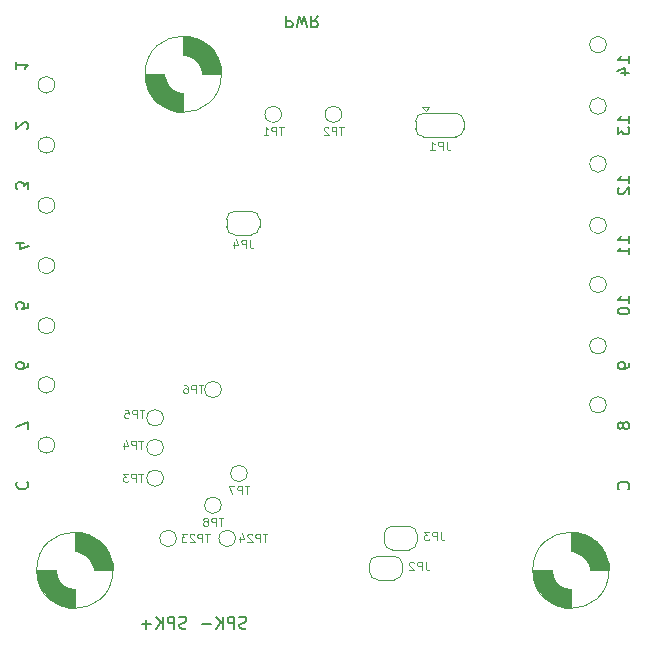
<source format=gbo>
G04 #@! TF.GenerationSoftware,KiCad,Pcbnew,6.0.9-8da3e8f707~116~ubuntu20.04.1*
G04 #@! TF.CreationDate,2023-04-24T17:25:30+00:00*
G04 #@! TF.ProjectId,LEC008011,4c454330-3038-4303-9131-2e6b69636164,rev?*
G04 #@! TF.SameCoordinates,Original*
G04 #@! TF.FileFunction,Legend,Bot*
G04 #@! TF.FilePolarity,Positive*
%FSLAX46Y46*%
G04 Gerber Fmt 4.6, Leading zero omitted, Abs format (unit mm)*
G04 Created by KiCad (PCBNEW 6.0.9-8da3e8f707~116~ubuntu20.04.1) date 2023-04-24 17:25:30*
%MOMM*%
%LPD*%
G01*
G04 APERTURE LIST*
%ADD10C,0.150000*%
%ADD11C,0.100000*%
%ADD12C,0.120000*%
%ADD13C,0.010000*%
G04 APERTURE END LIST*
D10*
X120952380Y-53149523D02*
X120952380Y-52578095D01*
X120952380Y-52863809D02*
X119952380Y-52863809D01*
X120095238Y-52768571D01*
X120190476Y-52673333D01*
X120238095Y-52578095D01*
X119952380Y-53482857D02*
X119952380Y-54101904D01*
X120333333Y-53768571D01*
X120333333Y-53911428D01*
X120380952Y-54006666D01*
X120428571Y-54054285D01*
X120523809Y-54101904D01*
X120761904Y-54101904D01*
X120857142Y-54054285D01*
X120904761Y-54006666D01*
X120952380Y-53911428D01*
X120952380Y-53625714D01*
X120904761Y-53530476D01*
X120857142Y-53482857D01*
X120952380Y-73469523D02*
X120952380Y-73660000D01*
X120904761Y-73755238D01*
X120857142Y-73802857D01*
X120714285Y-73898095D01*
X120523809Y-73945714D01*
X120142857Y-73945714D01*
X120047619Y-73898095D01*
X120000000Y-73850476D01*
X119952380Y-73755238D01*
X119952380Y-73564761D01*
X120000000Y-73469523D01*
X120047619Y-73421904D01*
X120142857Y-73374285D01*
X120380952Y-73374285D01*
X120476190Y-73421904D01*
X120523809Y-73469523D01*
X120571428Y-73564761D01*
X120571428Y-73755238D01*
X120523809Y-73850476D01*
X120476190Y-73898095D01*
X120380952Y-73945714D01*
X120857142Y-84129523D02*
X120904761Y-84081904D01*
X120952380Y-83939047D01*
X120952380Y-83843809D01*
X120904761Y-83700952D01*
X120809523Y-83605714D01*
X120714285Y-83558095D01*
X120523809Y-83510476D01*
X120380952Y-83510476D01*
X120190476Y-83558095D01*
X120095238Y-83605714D01*
X120000000Y-83700952D01*
X119952380Y-83843809D01*
X119952380Y-83939047D01*
X120000000Y-84081904D01*
X120047619Y-84129523D01*
X69047619Y-47974285D02*
X69047619Y-48545714D01*
X69047619Y-48260000D02*
X70047619Y-48260000D01*
X69904761Y-48355238D01*
X69809523Y-48450476D01*
X69761904Y-48545714D01*
X69714285Y-63309523D02*
X69047619Y-63309523D01*
X70095238Y-63547619D02*
X69380952Y-63785714D01*
X69380952Y-63166666D01*
X70047619Y-58753333D02*
X70047619Y-58134285D01*
X69666666Y-58467619D01*
X69666666Y-58324761D01*
X69619047Y-58229523D01*
X69571428Y-58181904D01*
X69476190Y-58134285D01*
X69238095Y-58134285D01*
X69142857Y-58181904D01*
X69095238Y-58229523D01*
X69047619Y-58324761D01*
X69047619Y-58610476D01*
X69095238Y-58705714D01*
X69142857Y-58753333D01*
X70047619Y-73469523D02*
X70047619Y-73660000D01*
X70000000Y-73755238D01*
X69952380Y-73802857D01*
X69809523Y-73898095D01*
X69619047Y-73945714D01*
X69238095Y-73945714D01*
X69142857Y-73898095D01*
X69095238Y-73850476D01*
X69047619Y-73755238D01*
X69047619Y-73564761D01*
X69095238Y-73469523D01*
X69142857Y-73421904D01*
X69238095Y-73374285D01*
X69476190Y-73374285D01*
X69571428Y-73421904D01*
X69619047Y-73469523D01*
X69666666Y-73564761D01*
X69666666Y-73755238D01*
X69619047Y-73850476D01*
X69571428Y-73898095D01*
X69476190Y-73945714D01*
X120952380Y-58229523D02*
X120952380Y-57658095D01*
X120952380Y-57943809D02*
X119952380Y-57943809D01*
X120095238Y-57848571D01*
X120190476Y-57753333D01*
X120238095Y-57658095D01*
X120047619Y-58610476D02*
X120000000Y-58658095D01*
X119952380Y-58753333D01*
X119952380Y-58991428D01*
X120000000Y-59086666D01*
X120047619Y-59134285D01*
X120142857Y-59181904D01*
X120238095Y-59181904D01*
X120380952Y-59134285D01*
X120952380Y-58562857D01*
X120952380Y-59181904D01*
X120952380Y-68389523D02*
X120952380Y-67818095D01*
X120952380Y-68103809D02*
X119952380Y-68103809D01*
X120095238Y-68008571D01*
X120190476Y-67913333D01*
X120238095Y-67818095D01*
X119952380Y-69008571D02*
X119952380Y-69103809D01*
X120000000Y-69199047D01*
X120047619Y-69246666D01*
X120142857Y-69294285D01*
X120333333Y-69341904D01*
X120571428Y-69341904D01*
X120761904Y-69294285D01*
X120857142Y-69246666D01*
X120904761Y-69199047D01*
X120952380Y-69103809D01*
X120952380Y-69008571D01*
X120904761Y-68913333D01*
X120857142Y-68865714D01*
X120761904Y-68818095D01*
X120571428Y-68770476D01*
X120333333Y-68770476D01*
X120142857Y-68818095D01*
X120047619Y-68865714D01*
X120000000Y-68913333D01*
X119952380Y-69008571D01*
X69142857Y-83510476D02*
X69095238Y-83558095D01*
X69047619Y-83700952D01*
X69047619Y-83796190D01*
X69095238Y-83939047D01*
X69190476Y-84034285D01*
X69285714Y-84081904D01*
X69476190Y-84129523D01*
X69619047Y-84129523D01*
X69809523Y-84081904D01*
X69904761Y-84034285D01*
X70000000Y-83939047D01*
X70047619Y-83796190D01*
X70047619Y-83700952D01*
X70000000Y-83558095D01*
X69952380Y-83510476D01*
X88518761Y-95904761D02*
X88375904Y-95952380D01*
X88137809Y-95952380D01*
X88042571Y-95904761D01*
X87994952Y-95857142D01*
X87947333Y-95761904D01*
X87947333Y-95666666D01*
X87994952Y-95571428D01*
X88042571Y-95523809D01*
X88137809Y-95476190D01*
X88328285Y-95428571D01*
X88423523Y-95380952D01*
X88471142Y-95333333D01*
X88518761Y-95238095D01*
X88518761Y-95142857D01*
X88471142Y-95047619D01*
X88423523Y-95000000D01*
X88328285Y-94952380D01*
X88090190Y-94952380D01*
X87947333Y-95000000D01*
X87518761Y-95952380D02*
X87518761Y-94952380D01*
X87137809Y-94952380D01*
X87042571Y-95000000D01*
X86994952Y-95047619D01*
X86947333Y-95142857D01*
X86947333Y-95285714D01*
X86994952Y-95380952D01*
X87042571Y-95428571D01*
X87137809Y-95476190D01*
X87518761Y-95476190D01*
X86518761Y-95952380D02*
X86518761Y-94952380D01*
X85947333Y-95952380D02*
X86375904Y-95380952D01*
X85947333Y-94952380D02*
X86518761Y-95523809D01*
X85518761Y-95571428D02*
X84756857Y-95571428D01*
X69952380Y-53625714D02*
X70000000Y-53578095D01*
X70047619Y-53482857D01*
X70047619Y-53244761D01*
X70000000Y-53149523D01*
X69952380Y-53101904D01*
X69857142Y-53054285D01*
X69761904Y-53054285D01*
X69619047Y-53101904D01*
X69047619Y-53673333D01*
X69047619Y-53054285D01*
X120952380Y-63309523D02*
X120952380Y-62738095D01*
X120952380Y-63023809D02*
X119952380Y-63023809D01*
X120095238Y-62928571D01*
X120190476Y-62833333D01*
X120238095Y-62738095D01*
X120952380Y-64261904D02*
X120952380Y-63690476D01*
X120952380Y-63976190D02*
X119952380Y-63976190D01*
X120095238Y-63880952D01*
X120190476Y-63785714D01*
X120238095Y-63690476D01*
X83438761Y-95904761D02*
X83295904Y-95952380D01*
X83057809Y-95952380D01*
X82962571Y-95904761D01*
X82914952Y-95857142D01*
X82867333Y-95761904D01*
X82867333Y-95666666D01*
X82914952Y-95571428D01*
X82962571Y-95523809D01*
X83057809Y-95476190D01*
X83248285Y-95428571D01*
X83343523Y-95380952D01*
X83391142Y-95333333D01*
X83438761Y-95238095D01*
X83438761Y-95142857D01*
X83391142Y-95047619D01*
X83343523Y-95000000D01*
X83248285Y-94952380D01*
X83010190Y-94952380D01*
X82867333Y-95000000D01*
X82438761Y-95952380D02*
X82438761Y-94952380D01*
X82057809Y-94952380D01*
X81962571Y-95000000D01*
X81914952Y-95047619D01*
X81867333Y-95142857D01*
X81867333Y-95285714D01*
X81914952Y-95380952D01*
X81962571Y-95428571D01*
X82057809Y-95476190D01*
X82438761Y-95476190D01*
X81438761Y-95952380D02*
X81438761Y-94952380D01*
X80867333Y-95952380D02*
X81295904Y-95380952D01*
X80867333Y-94952380D02*
X81438761Y-95523809D01*
X80438761Y-95571428D02*
X79676857Y-95571428D01*
X80057809Y-95952380D02*
X80057809Y-95190476D01*
X91884666Y-44047619D02*
X91884666Y-45047619D01*
X92265619Y-45047619D01*
X92360857Y-45000000D01*
X92408476Y-44952380D01*
X92456095Y-44857142D01*
X92456095Y-44714285D01*
X92408476Y-44619047D01*
X92360857Y-44571428D01*
X92265619Y-44523809D01*
X91884666Y-44523809D01*
X92789428Y-45047619D02*
X93027523Y-44047619D01*
X93218000Y-44761904D01*
X93408476Y-44047619D01*
X93646571Y-45047619D01*
X94598952Y-44047619D02*
X94265619Y-44523809D01*
X94027523Y-44047619D02*
X94027523Y-45047619D01*
X94408476Y-45047619D01*
X94503714Y-45000000D01*
X94551333Y-44952380D01*
X94598952Y-44857142D01*
X94598952Y-44714285D01*
X94551333Y-44619047D01*
X94503714Y-44571428D01*
X94408476Y-44523809D01*
X94027523Y-44523809D01*
X120952380Y-48069523D02*
X120952380Y-47498095D01*
X120952380Y-47783809D02*
X119952380Y-47783809D01*
X120095238Y-47688571D01*
X120190476Y-47593333D01*
X120238095Y-47498095D01*
X120285714Y-48926666D02*
X120952380Y-48926666D01*
X119904761Y-48688571D02*
X120619047Y-48450476D01*
X120619047Y-49069523D01*
X70047619Y-79073333D02*
X70047619Y-78406666D01*
X69047619Y-78835238D01*
X120380952Y-78644761D02*
X120333333Y-78549523D01*
X120285714Y-78501904D01*
X120190476Y-78454285D01*
X120142857Y-78454285D01*
X120047619Y-78501904D01*
X120000000Y-78549523D01*
X119952380Y-78644761D01*
X119952380Y-78835238D01*
X120000000Y-78930476D01*
X120047619Y-78978095D01*
X120142857Y-79025714D01*
X120190476Y-79025714D01*
X120285714Y-78978095D01*
X120333333Y-78930476D01*
X120380952Y-78835238D01*
X120380952Y-78644761D01*
X120428571Y-78549523D01*
X120476190Y-78501904D01*
X120571428Y-78454285D01*
X120761904Y-78454285D01*
X120857142Y-78501904D01*
X120904761Y-78549523D01*
X120952380Y-78644761D01*
X120952380Y-78835238D01*
X120904761Y-78930476D01*
X120857142Y-78978095D01*
X120761904Y-79025714D01*
X120571428Y-79025714D01*
X120476190Y-78978095D01*
X120428571Y-78930476D01*
X120380952Y-78835238D01*
X70047619Y-68341904D02*
X70047619Y-68818095D01*
X69571428Y-68865714D01*
X69619047Y-68818095D01*
X69666666Y-68722857D01*
X69666666Y-68484761D01*
X69619047Y-68389523D01*
X69571428Y-68341904D01*
X69476190Y-68294285D01*
X69238095Y-68294285D01*
X69142857Y-68341904D01*
X69095238Y-68389523D01*
X69047619Y-68484761D01*
X69047619Y-68722857D01*
X69095238Y-68818095D01*
X69142857Y-68865714D01*
D11*
G04 #@! TO.C,JP1*
X105483333Y-54716666D02*
X105483333Y-55216666D01*
X105516666Y-55316666D01*
X105583333Y-55383333D01*
X105683333Y-55416666D01*
X105750000Y-55416666D01*
X105150000Y-55416666D02*
X105150000Y-54716666D01*
X104883333Y-54716666D01*
X104816666Y-54750000D01*
X104783333Y-54783333D01*
X104750000Y-54850000D01*
X104750000Y-54950000D01*
X104783333Y-55016666D01*
X104816666Y-55050000D01*
X104883333Y-55083333D01*
X105150000Y-55083333D01*
X104083333Y-55416666D02*
X104483333Y-55416666D01*
X104283333Y-55416666D02*
X104283333Y-54716666D01*
X104350000Y-54816666D01*
X104416666Y-54883333D01*
X104483333Y-54916666D01*
G04 #@! TO.C,JP2*
X103707333Y-90294666D02*
X103707333Y-90794666D01*
X103740666Y-90894666D01*
X103807333Y-90961333D01*
X103907333Y-90994666D01*
X103974000Y-90994666D01*
X103374000Y-90994666D02*
X103374000Y-90294666D01*
X103107333Y-90294666D01*
X103040666Y-90328000D01*
X103007333Y-90361333D01*
X102974000Y-90428000D01*
X102974000Y-90528000D01*
X103007333Y-90594666D01*
X103040666Y-90628000D01*
X103107333Y-90661333D01*
X103374000Y-90661333D01*
X102707333Y-90361333D02*
X102674000Y-90328000D01*
X102607333Y-90294666D01*
X102440666Y-90294666D01*
X102374000Y-90328000D01*
X102340666Y-90361333D01*
X102307333Y-90428000D01*
X102307333Y-90494666D01*
X102340666Y-90594666D01*
X102740666Y-90994666D01*
X102307333Y-90994666D01*
G04 #@! TO.C,JP3*
X104977333Y-87754666D02*
X104977333Y-88254666D01*
X105010666Y-88354666D01*
X105077333Y-88421333D01*
X105177333Y-88454666D01*
X105244000Y-88454666D01*
X104644000Y-88454666D02*
X104644000Y-87754666D01*
X104377333Y-87754666D01*
X104310666Y-87788000D01*
X104277333Y-87821333D01*
X104244000Y-87888000D01*
X104244000Y-87988000D01*
X104277333Y-88054666D01*
X104310666Y-88088000D01*
X104377333Y-88121333D01*
X104644000Y-88121333D01*
X104010666Y-87754666D02*
X103577333Y-87754666D01*
X103810666Y-88021333D01*
X103710666Y-88021333D01*
X103644000Y-88054666D01*
X103610666Y-88088000D01*
X103577333Y-88154666D01*
X103577333Y-88321333D01*
X103610666Y-88388000D01*
X103644000Y-88421333D01*
X103710666Y-88454666D01*
X103910666Y-88454666D01*
X103977333Y-88421333D01*
X104010666Y-88388000D01*
G04 #@! TO.C,TP1*
X91683333Y-53464666D02*
X91283333Y-53464666D01*
X91483333Y-54164666D02*
X91483333Y-53464666D01*
X91050000Y-54164666D02*
X91050000Y-53464666D01*
X90783333Y-53464666D01*
X90716666Y-53498000D01*
X90683333Y-53531333D01*
X90650000Y-53598000D01*
X90650000Y-53698000D01*
X90683333Y-53764666D01*
X90716666Y-53798000D01*
X90783333Y-53831333D01*
X91050000Y-53831333D01*
X89983333Y-54164666D02*
X90383333Y-54164666D01*
X90183333Y-54164666D02*
X90183333Y-53464666D01*
X90250000Y-53564666D01*
X90316666Y-53631333D01*
X90383333Y-53664666D01*
G04 #@! TO.C,JP4*
X88833333Y-63016666D02*
X88833333Y-63516666D01*
X88866666Y-63616666D01*
X88933333Y-63683333D01*
X89033333Y-63716666D01*
X89100000Y-63716666D01*
X88500000Y-63716666D02*
X88500000Y-63016666D01*
X88233333Y-63016666D01*
X88166666Y-63050000D01*
X88133333Y-63083333D01*
X88100000Y-63150000D01*
X88100000Y-63250000D01*
X88133333Y-63316666D01*
X88166666Y-63350000D01*
X88233333Y-63383333D01*
X88500000Y-63383333D01*
X87500000Y-63250000D02*
X87500000Y-63716666D01*
X87666666Y-62983333D02*
X87833333Y-63483333D01*
X87400000Y-63483333D01*
G04 #@! TO.C,TP2*
X96783333Y-53464666D02*
X96383333Y-53464666D01*
X96583333Y-54164666D02*
X96583333Y-53464666D01*
X96150000Y-54164666D02*
X96150000Y-53464666D01*
X95883333Y-53464666D01*
X95816666Y-53498000D01*
X95783333Y-53531333D01*
X95750000Y-53598000D01*
X95750000Y-53698000D01*
X95783333Y-53764666D01*
X95816666Y-53798000D01*
X95883333Y-53831333D01*
X96150000Y-53831333D01*
X95483333Y-53531333D02*
X95450000Y-53498000D01*
X95383333Y-53464666D01*
X95216666Y-53464666D01*
X95150000Y-53498000D01*
X95116666Y-53531333D01*
X95083333Y-53598000D01*
X95083333Y-53664666D01*
X95116666Y-53764666D01*
X95516666Y-54164666D01*
X95083333Y-54164666D01*
G04 #@! TO.C,TP3*
X79783333Y-82816666D02*
X79383333Y-82816666D01*
X79583333Y-83516666D02*
X79583333Y-82816666D01*
X79150000Y-83516666D02*
X79150000Y-82816666D01*
X78883333Y-82816666D01*
X78816666Y-82850000D01*
X78783333Y-82883333D01*
X78750000Y-82950000D01*
X78750000Y-83050000D01*
X78783333Y-83116666D01*
X78816666Y-83150000D01*
X78883333Y-83183333D01*
X79150000Y-83183333D01*
X78516666Y-82816666D02*
X78083333Y-82816666D01*
X78316666Y-83083333D01*
X78216666Y-83083333D01*
X78150000Y-83116666D01*
X78116666Y-83150000D01*
X78083333Y-83216666D01*
X78083333Y-83383333D01*
X78116666Y-83450000D01*
X78150000Y-83483333D01*
X78216666Y-83516666D01*
X78416666Y-83516666D01*
X78483333Y-83483333D01*
X78516666Y-83450000D01*
G04 #@! TO.C,TP4*
X79783333Y-80016666D02*
X79383333Y-80016666D01*
X79583333Y-80716666D02*
X79583333Y-80016666D01*
X79150000Y-80716666D02*
X79150000Y-80016666D01*
X78883333Y-80016666D01*
X78816666Y-80050000D01*
X78783333Y-80083333D01*
X78750000Y-80150000D01*
X78750000Y-80250000D01*
X78783333Y-80316666D01*
X78816666Y-80350000D01*
X78883333Y-80383333D01*
X79150000Y-80383333D01*
X78150000Y-80250000D02*
X78150000Y-80716666D01*
X78316666Y-79983333D02*
X78483333Y-80483333D01*
X78050000Y-80483333D01*
G04 #@! TO.C,TP5*
X79883333Y-77416666D02*
X79483333Y-77416666D01*
X79683333Y-78116666D02*
X79683333Y-77416666D01*
X79250000Y-78116666D02*
X79250000Y-77416666D01*
X78983333Y-77416666D01*
X78916666Y-77450000D01*
X78883333Y-77483333D01*
X78850000Y-77550000D01*
X78850000Y-77650000D01*
X78883333Y-77716666D01*
X78916666Y-77750000D01*
X78983333Y-77783333D01*
X79250000Y-77783333D01*
X78216666Y-77416666D02*
X78550000Y-77416666D01*
X78583333Y-77750000D01*
X78550000Y-77716666D01*
X78483333Y-77683333D01*
X78316666Y-77683333D01*
X78250000Y-77716666D01*
X78216666Y-77750000D01*
X78183333Y-77816666D01*
X78183333Y-77983333D01*
X78216666Y-78050000D01*
X78250000Y-78083333D01*
X78316666Y-78116666D01*
X78483333Y-78116666D01*
X78550000Y-78083333D01*
X78583333Y-78050000D01*
G04 #@! TO.C,TP6*
X84883333Y-75316666D02*
X84483333Y-75316666D01*
X84683333Y-76016666D02*
X84683333Y-75316666D01*
X84250000Y-76016666D02*
X84250000Y-75316666D01*
X83983333Y-75316666D01*
X83916666Y-75350000D01*
X83883333Y-75383333D01*
X83850000Y-75450000D01*
X83850000Y-75550000D01*
X83883333Y-75616666D01*
X83916666Y-75650000D01*
X83983333Y-75683333D01*
X84250000Y-75683333D01*
X83250000Y-75316666D02*
X83383333Y-75316666D01*
X83450000Y-75350000D01*
X83483333Y-75383333D01*
X83550000Y-75483333D01*
X83583333Y-75616666D01*
X83583333Y-75883333D01*
X83550000Y-75950000D01*
X83516666Y-75983333D01*
X83450000Y-76016666D01*
X83316666Y-76016666D01*
X83250000Y-75983333D01*
X83216666Y-75950000D01*
X83183333Y-75883333D01*
X83183333Y-75716666D01*
X83216666Y-75650000D01*
X83250000Y-75616666D01*
X83316666Y-75583333D01*
X83450000Y-75583333D01*
X83516666Y-75616666D01*
X83550000Y-75650000D01*
X83583333Y-75716666D01*
G04 #@! TO.C,TP7*
X88783333Y-83864666D02*
X88383333Y-83864666D01*
X88583333Y-84564666D02*
X88583333Y-83864666D01*
X88150000Y-84564666D02*
X88150000Y-83864666D01*
X87883333Y-83864666D01*
X87816666Y-83898000D01*
X87783333Y-83931333D01*
X87750000Y-83998000D01*
X87750000Y-84098000D01*
X87783333Y-84164666D01*
X87816666Y-84198000D01*
X87883333Y-84231333D01*
X88150000Y-84231333D01*
X87516666Y-83864666D02*
X87050000Y-83864666D01*
X87350000Y-84564666D01*
G04 #@! TO.C,TP8*
X86583333Y-86564666D02*
X86183333Y-86564666D01*
X86383333Y-87264666D02*
X86383333Y-86564666D01*
X85950000Y-87264666D02*
X85950000Y-86564666D01*
X85683333Y-86564666D01*
X85616666Y-86598000D01*
X85583333Y-86631333D01*
X85550000Y-86698000D01*
X85550000Y-86798000D01*
X85583333Y-86864666D01*
X85616666Y-86898000D01*
X85683333Y-86931333D01*
X85950000Y-86931333D01*
X85150000Y-86864666D02*
X85216666Y-86831333D01*
X85250000Y-86798000D01*
X85283333Y-86731333D01*
X85283333Y-86698000D01*
X85250000Y-86631333D01*
X85216666Y-86598000D01*
X85150000Y-86564666D01*
X85016666Y-86564666D01*
X84950000Y-86598000D01*
X84916666Y-86631333D01*
X84883333Y-86698000D01*
X84883333Y-86731333D01*
X84916666Y-86798000D01*
X84950000Y-86831333D01*
X85016666Y-86864666D01*
X85150000Y-86864666D01*
X85216666Y-86898000D01*
X85250000Y-86931333D01*
X85283333Y-86998000D01*
X85283333Y-87131333D01*
X85250000Y-87198000D01*
X85216666Y-87231333D01*
X85150000Y-87264666D01*
X85016666Y-87264666D01*
X84950000Y-87231333D01*
X84916666Y-87198000D01*
X84883333Y-87131333D01*
X84883333Y-86998000D01*
X84916666Y-86931333D01*
X84950000Y-86898000D01*
X85016666Y-86864666D01*
G04 #@! TO.C,TP23*
X85416666Y-87916666D02*
X85016666Y-87916666D01*
X85216666Y-88616666D02*
X85216666Y-87916666D01*
X84783333Y-88616666D02*
X84783333Y-87916666D01*
X84516666Y-87916666D01*
X84450000Y-87950000D01*
X84416666Y-87983333D01*
X84383333Y-88050000D01*
X84383333Y-88150000D01*
X84416666Y-88216666D01*
X84450000Y-88250000D01*
X84516666Y-88283333D01*
X84783333Y-88283333D01*
X84116666Y-87983333D02*
X84083333Y-87950000D01*
X84016666Y-87916666D01*
X83850000Y-87916666D01*
X83783333Y-87950000D01*
X83750000Y-87983333D01*
X83716666Y-88050000D01*
X83716666Y-88116666D01*
X83750000Y-88216666D01*
X84150000Y-88616666D01*
X83716666Y-88616666D01*
X83483333Y-87916666D02*
X83050000Y-87916666D01*
X83283333Y-88183333D01*
X83183333Y-88183333D01*
X83116666Y-88216666D01*
X83083333Y-88250000D01*
X83050000Y-88316666D01*
X83050000Y-88483333D01*
X83083333Y-88550000D01*
X83116666Y-88583333D01*
X83183333Y-88616666D01*
X83383333Y-88616666D01*
X83450000Y-88583333D01*
X83483333Y-88550000D01*
G04 #@! TO.C,TP24*
X90316666Y-87916666D02*
X89916666Y-87916666D01*
X90116666Y-88616666D02*
X90116666Y-87916666D01*
X89683333Y-88616666D02*
X89683333Y-87916666D01*
X89416666Y-87916666D01*
X89350000Y-87950000D01*
X89316666Y-87983333D01*
X89283333Y-88050000D01*
X89283333Y-88150000D01*
X89316666Y-88216666D01*
X89350000Y-88250000D01*
X89416666Y-88283333D01*
X89683333Y-88283333D01*
X89016666Y-87983333D02*
X88983333Y-87950000D01*
X88916666Y-87916666D01*
X88750000Y-87916666D01*
X88683333Y-87950000D01*
X88650000Y-87983333D01*
X88616666Y-88050000D01*
X88616666Y-88116666D01*
X88650000Y-88216666D01*
X89050000Y-88616666D01*
X88616666Y-88616666D01*
X88016666Y-88150000D02*
X88016666Y-88616666D01*
X88183333Y-87883333D02*
X88350000Y-88383333D01*
X87916666Y-88383333D01*
D12*
G04 #@! TO.C,H1*
X86409903Y-49000000D02*
G75*
G03*
X86409903Y-49000000I-3224903J0D01*
G01*
G36*
X81585000Y-49100000D02*
G01*
X81685000Y-49500000D01*
X81885000Y-49900000D01*
X82285000Y-50300000D01*
X82685000Y-50500000D01*
X83085000Y-50600000D01*
X83185000Y-50600000D01*
X83185000Y-52224903D01*
X82685000Y-52200000D01*
X81685000Y-51900000D01*
X80885000Y-51300000D01*
X80385000Y-50600000D01*
X80085000Y-49900000D01*
X79985000Y-49500000D01*
X79985000Y-49000000D01*
X81585000Y-49000000D01*
X81585000Y-49100000D01*
G37*
D13*
X81585000Y-49100000D02*
X81685000Y-49500000D01*
X81885000Y-49900000D01*
X82285000Y-50300000D01*
X82685000Y-50500000D01*
X83085000Y-50600000D01*
X83185000Y-50600000D01*
X83185000Y-52224903D01*
X82685000Y-52200000D01*
X81685000Y-51900000D01*
X80885000Y-51300000D01*
X80385000Y-50600000D01*
X80085000Y-49900000D01*
X79985000Y-49500000D01*
X79985000Y-49000000D01*
X81585000Y-49000000D01*
X81585000Y-49100000D01*
G36*
X83685000Y-45800000D02*
G01*
X84685000Y-46100000D01*
X85485000Y-46700000D01*
X85985000Y-47400000D01*
X86285000Y-48100000D01*
X86385000Y-48500000D01*
X86385000Y-49000000D01*
X84785000Y-49000000D01*
X84785000Y-48900000D01*
X84685000Y-48500000D01*
X84485000Y-48100000D01*
X84085000Y-47700000D01*
X83685000Y-47500000D01*
X83285000Y-47400000D01*
X83185000Y-47400000D01*
X83185000Y-45775097D01*
X83685000Y-45800000D01*
G37*
X83685000Y-45800000D02*
X84685000Y-46100000D01*
X85485000Y-46700000D01*
X85985000Y-47400000D01*
X86285000Y-48100000D01*
X86385000Y-48500000D01*
X86385000Y-49000000D01*
X84785000Y-49000000D01*
X84785000Y-48900000D01*
X84685000Y-48500000D01*
X84485000Y-48100000D01*
X84085000Y-47700000D01*
X83685000Y-47500000D01*
X83285000Y-47400000D01*
X83185000Y-47400000D01*
X83185000Y-45775097D01*
X83685000Y-45800000D01*
D12*
G04 #@! TO.C,H2*
X119224903Y-91000000D02*
G75*
G03*
X119224903Y-91000000I-3224903J0D01*
G01*
G36*
X116500000Y-87800000D02*
G01*
X117500000Y-88100000D01*
X118300000Y-88700000D01*
X118800000Y-89400000D01*
X119100000Y-90100000D01*
X119200000Y-90500000D01*
X119200000Y-91000000D01*
X117600000Y-91000000D01*
X117600000Y-90900000D01*
X117500000Y-90500000D01*
X117300000Y-90100000D01*
X116900000Y-89700000D01*
X116500000Y-89500000D01*
X116100000Y-89400000D01*
X116000000Y-89400000D01*
X116000000Y-87775097D01*
X116500000Y-87800000D01*
G37*
D13*
X116500000Y-87800000D02*
X117500000Y-88100000D01*
X118300000Y-88700000D01*
X118800000Y-89400000D01*
X119100000Y-90100000D01*
X119200000Y-90500000D01*
X119200000Y-91000000D01*
X117600000Y-91000000D01*
X117600000Y-90900000D01*
X117500000Y-90500000D01*
X117300000Y-90100000D01*
X116900000Y-89700000D01*
X116500000Y-89500000D01*
X116100000Y-89400000D01*
X116000000Y-89400000D01*
X116000000Y-87775097D01*
X116500000Y-87800000D01*
G36*
X114400000Y-91100000D02*
G01*
X114500000Y-91500000D01*
X114700000Y-91900000D01*
X115100000Y-92300000D01*
X115500000Y-92500000D01*
X115900000Y-92600000D01*
X116000000Y-92600000D01*
X116000000Y-94224903D01*
X115500000Y-94200000D01*
X114500000Y-93900000D01*
X113700000Y-93300000D01*
X113200000Y-92600000D01*
X112900000Y-91900000D01*
X112800000Y-91500000D01*
X112800000Y-91000000D01*
X114400000Y-91000000D01*
X114400000Y-91100000D01*
G37*
X114400000Y-91100000D02*
X114500000Y-91500000D01*
X114700000Y-91900000D01*
X115100000Y-92300000D01*
X115500000Y-92500000D01*
X115900000Y-92600000D01*
X116000000Y-92600000D01*
X116000000Y-94224903D01*
X115500000Y-94200000D01*
X114500000Y-93900000D01*
X113700000Y-93300000D01*
X113200000Y-92600000D01*
X112900000Y-91900000D01*
X112800000Y-91500000D01*
X112800000Y-91000000D01*
X114400000Y-91000000D01*
X114400000Y-91100000D01*
D12*
G04 #@! TO.C,H4*
X77224903Y-91000000D02*
G75*
G03*
X77224903Y-91000000I-3224903J0D01*
G01*
G36*
X72400000Y-91100000D02*
G01*
X72500000Y-91500000D01*
X72700000Y-91900000D01*
X73100000Y-92300000D01*
X73500000Y-92500000D01*
X73900000Y-92600000D01*
X74000000Y-92600000D01*
X74000000Y-94224903D01*
X73500000Y-94200000D01*
X72500000Y-93900000D01*
X71700000Y-93300000D01*
X71200000Y-92600000D01*
X70900000Y-91900000D01*
X70800000Y-91500000D01*
X70800000Y-91000000D01*
X72400000Y-91000000D01*
X72400000Y-91100000D01*
G37*
D13*
X72400000Y-91100000D02*
X72500000Y-91500000D01*
X72700000Y-91900000D01*
X73100000Y-92300000D01*
X73500000Y-92500000D01*
X73900000Y-92600000D01*
X74000000Y-92600000D01*
X74000000Y-94224903D01*
X73500000Y-94200000D01*
X72500000Y-93900000D01*
X71700000Y-93300000D01*
X71200000Y-92600000D01*
X70900000Y-91900000D01*
X70800000Y-91500000D01*
X70800000Y-91000000D01*
X72400000Y-91000000D01*
X72400000Y-91100000D01*
G36*
X74500000Y-87800000D02*
G01*
X75500000Y-88100000D01*
X76300000Y-88700000D01*
X76800000Y-89400000D01*
X77100000Y-90100000D01*
X77200000Y-90500000D01*
X77200000Y-91000000D01*
X75600000Y-91000000D01*
X75600000Y-90900000D01*
X75500000Y-90500000D01*
X75300000Y-90100000D01*
X74900000Y-89700000D01*
X74500000Y-89500000D01*
X74100000Y-89400000D01*
X74000000Y-89400000D01*
X74000000Y-87775097D01*
X74500000Y-87800000D01*
G37*
X74500000Y-87800000D02*
X75500000Y-88100000D01*
X76300000Y-88700000D01*
X76800000Y-89400000D01*
X77100000Y-90100000D01*
X77200000Y-90500000D01*
X77200000Y-91000000D01*
X75600000Y-91000000D01*
X75600000Y-90900000D01*
X75500000Y-90500000D01*
X75300000Y-90100000D01*
X74900000Y-89700000D01*
X74500000Y-89500000D01*
X74100000Y-89400000D01*
X74000000Y-89400000D01*
X74000000Y-87775097D01*
X74500000Y-87800000D01*
D12*
G04 #@! TO.C,JP1*
X106950000Y-53600000D02*
X106950000Y-53000000D01*
X103700000Y-52100000D02*
X103400000Y-51800000D01*
X106300000Y-52300000D02*
X103500000Y-52300000D01*
X103500000Y-54300000D02*
X106300000Y-54300000D01*
X102850000Y-53000000D02*
X102850000Y-53600000D01*
X103400000Y-51800000D02*
X104000000Y-51800000D01*
X103700000Y-52100000D02*
X104000000Y-51800000D01*
X106950000Y-53000000D02*
G75*
G03*
X106250000Y-52300000I-700000J0D01*
G01*
X106250000Y-54300000D02*
G75*
G03*
X106950000Y-53600000I0J700000D01*
G01*
X102850000Y-53600000D02*
G75*
G03*
X103550000Y-54300000I699999J-1D01*
G01*
X103550000Y-52300000D02*
G75*
G03*
X102850000Y-53000000I-1J-699999D01*
G01*
G04 #@! TO.C,JP2*
X99645000Y-91805000D02*
X101045000Y-91805000D01*
X98945000Y-90505000D02*
X98945000Y-91105000D01*
X101045000Y-89805000D02*
X99645000Y-89805000D01*
X101745000Y-91105000D02*
X101745000Y-90505000D01*
X101045000Y-91805000D02*
G75*
G03*
X101745000Y-91105000I1J699999D01*
G01*
X98945000Y-91105000D02*
G75*
G03*
X99645000Y-91805000I700000J0D01*
G01*
X99645000Y-89805000D02*
G75*
G03*
X98945000Y-90505000I0J-700000D01*
G01*
X101745000Y-90505000D02*
G75*
G03*
X101045000Y-89805000I-699999J1D01*
G01*
G04 #@! TO.C,JP3*
X102985000Y-88565000D02*
X102985000Y-87965000D01*
X100185000Y-87965000D02*
X100185000Y-88565000D01*
X100885000Y-89265000D02*
X102285000Y-89265000D01*
X102285000Y-87265000D02*
X100885000Y-87265000D01*
X102985000Y-87965000D02*
G75*
G03*
X102285000Y-87265000I-700000J0D01*
G01*
X102285000Y-89265000D02*
G75*
G03*
X102985000Y-88565000I0J700000D01*
G01*
X100185000Y-88565000D02*
G75*
G03*
X100885000Y-89265000I699999J-1D01*
G01*
X100885000Y-87265000D02*
G75*
G03*
X100185000Y-87965000I-1J-699999D01*
G01*
G04 #@! TO.C,TP1*
X91500000Y-52400000D02*
G75*
G03*
X91500000Y-52400000I-700000J0D01*
G01*
G04 #@! TO.C,JP4*
X88950000Y-60600000D02*
X87550000Y-60600000D01*
X86850000Y-61300000D02*
X86850000Y-61900000D01*
X89650000Y-61900000D02*
X89650000Y-61300000D01*
X87550000Y-62600000D02*
X88950000Y-62600000D01*
X88950000Y-62600000D02*
G75*
G03*
X89650000Y-61900000I0J700000D01*
G01*
X86850000Y-61900000D02*
G75*
G03*
X87550000Y-62600000I699999J-1D01*
G01*
X89650000Y-61300000D02*
G75*
G03*
X88950000Y-60600000I-700000J0D01*
G01*
X87550000Y-60600000D02*
G75*
G03*
X86850000Y-61300000I-1J-699999D01*
G01*
G04 #@! TO.C,TP2*
X96600000Y-52400000D02*
G75*
G03*
X96600000Y-52400000I-700000J0D01*
G01*
G04 #@! TO.C,TP3*
X81500000Y-83200000D02*
G75*
G03*
X81500000Y-83200000I-700000J0D01*
G01*
G04 #@! TO.C,TP4*
X81500000Y-80600000D02*
G75*
G03*
X81500000Y-80600000I-700000J0D01*
G01*
G04 #@! TO.C,TP5*
X81500000Y-78100000D02*
G75*
G03*
X81500000Y-78100000I-700000J0D01*
G01*
G04 #@! TO.C,TP6*
X86400000Y-75700000D02*
G75*
G03*
X86400000Y-75700000I-700000J0D01*
G01*
G04 #@! TO.C,TP7*
X88600000Y-82800000D02*
G75*
G03*
X88600000Y-82800000I-700000J0D01*
G01*
G04 #@! TO.C,TP8*
X86400000Y-85500000D02*
G75*
G03*
X86400000Y-85500000I-700000J0D01*
G01*
G04 #@! TO.C,TP9*
X72300000Y-49900000D02*
G75*
G03*
X72300000Y-49900000I-700000J0D01*
G01*
G04 #@! TO.C,TP10*
X72300000Y-55000000D02*
G75*
G03*
X72300000Y-55000000I-700000J0D01*
G01*
G04 #@! TO.C,TP11*
X72300000Y-60100000D02*
G75*
G03*
X72300000Y-60100000I-700000J0D01*
G01*
G04 #@! TO.C,TP12*
X72300000Y-65200000D02*
G75*
G03*
X72300000Y-65200000I-700000J0D01*
G01*
G04 #@! TO.C,TP13*
X72300000Y-70300000D02*
G75*
G03*
X72300000Y-70300000I-700000J0D01*
G01*
G04 #@! TO.C,TP14*
X72300000Y-75300000D02*
G75*
G03*
X72300000Y-75300000I-700000J0D01*
G01*
G04 #@! TO.C,TP15*
X72300000Y-80400000D02*
G75*
G03*
X72300000Y-80400000I-700000J0D01*
G01*
G04 #@! TO.C,TP16*
X119000000Y-77000000D02*
G75*
G03*
X119000000Y-77000000I-700000J0D01*
G01*
G04 #@! TO.C,TP17*
X119000000Y-72000000D02*
G75*
G03*
X119000000Y-72000000I-700000J0D01*
G01*
G04 #@! TO.C,TP18*
X119000000Y-66800000D02*
G75*
G03*
X119000000Y-66800000I-700000J0D01*
G01*
G04 #@! TO.C,TP19*
X119000000Y-61800000D02*
G75*
G03*
X119000000Y-61800000I-700000J0D01*
G01*
G04 #@! TO.C,TP20*
X119000000Y-56600000D02*
G75*
G03*
X119000000Y-56600000I-700000J0D01*
G01*
G04 #@! TO.C,TP21*
X119000000Y-51700000D02*
G75*
G03*
X119000000Y-51700000I-700000J0D01*
G01*
G04 #@! TO.C,TP22*
X119000000Y-46500000D02*
G75*
G03*
X119000000Y-46500000I-700000J0D01*
G01*
G04 #@! TO.C,TP23*
X82600000Y-88300000D02*
G75*
G03*
X82600000Y-88300000I-700000J0D01*
G01*
G04 #@! TO.C,TP24*
X87600000Y-88300000D02*
G75*
G03*
X87600000Y-88300000I-700000J0D01*
G01*
G04 #@! TD*
M02*

</source>
